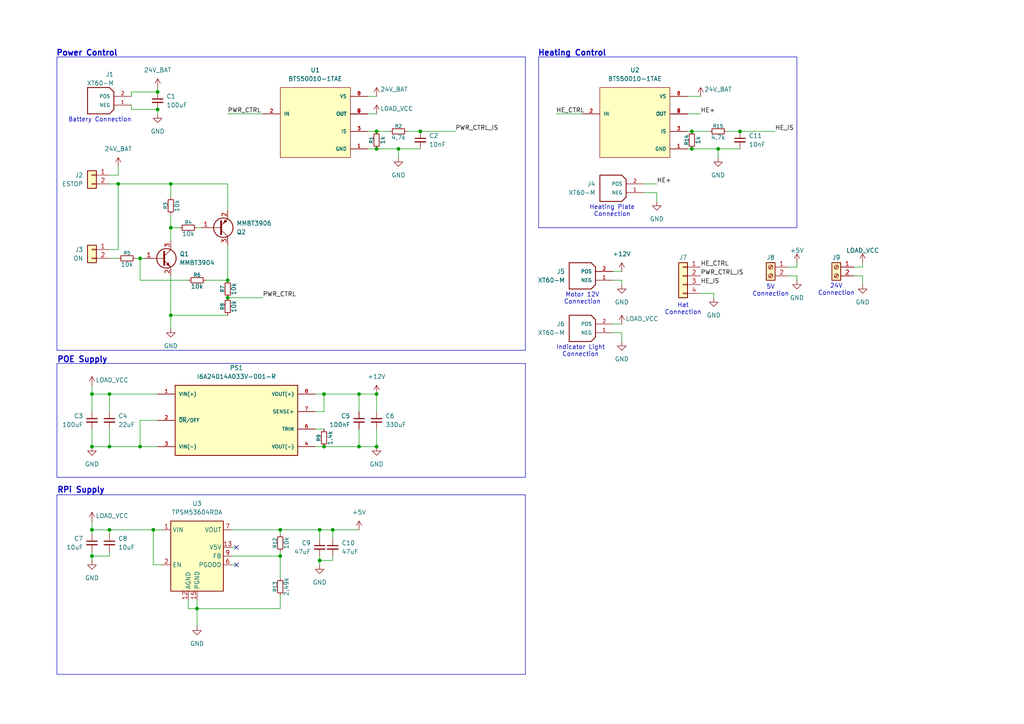
<source format=kicad_sch>
(kicad_sch (version 20250114) (generator "eeschema") (generator_version "9.0")
  (paper "A4")
  (lib_symbols
    (symbol "BTS50010-1TAE:BTS50010-1TAE" (pin_names (offset 1.016))
      (property "Reference" "U" (at -10.16 10.795 0))
      (property "Value" "BTS50010-1TAE" (at -10.16 -12.065 0))
      (symbol "BTS50010-1TAE_0_0"
        (rectangle (start -10.16 -10.16) (end 10.16 10.16) (stroke (width 0.1524)) (fill (type background)))
        (pin input line (at -15.24 2.54 0) (length 5.08) (name "IN") (number "2"))
        (pin power_in line (at 15.24 7.62 180) (length 5.08) (name "VS") (number "8"))
        (pin output line (at 15.24 2.54 180) (length 5.08) (name "OUT") (number "5"))
        (pin output line (at 15.24 2.54 180) (length 5.08) (name "OUT") (number "6"))
        (pin output line (at 15.24 2.54 180) (length 5.08) (name "OUT") (number "7"))
        (pin output line (at 15.24 -2.54 180) (length 5.08) (name "IS") (number "3"))
        (pin power_in line (at 15.24 -7.62 180) (length 5.08) (name "GND") (number "1"))
      )
    )
    (symbol "Connector:Screw_Terminal_01x02" (pin_names (offset 1.016) (hide yes))
      (property "Reference" "J" (at 0 2.54 0))
      (property "Value" "Screw_Terminal_01x02" (at 0 -5.08 0))
      (symbol "Screw_Terminal_01x02_1_1"
        (rectangle (start -1.27 1.27) (end 1.27 -3.81) (stroke (width 0.254)) (fill (type background)))
        (polyline (pts (xy -0.5334 0.3302) (xy 0.3302 -0.508)) (stroke (width 0.1524)))
        (polyline (pts (xy -0.5334 -2.2098) (xy 0.3302 -3.048)) (stroke (width 0.1524)))
        (polyline (pts (xy -0.3556 0.508) (xy 0.508 -0.3302)) (stroke (width 0.1524)))
        (polyline (pts (xy -0.3556 -2.032) (xy 0.508 -2.8702)) (stroke (width 0.1524)))
        (circle (center 0 0) (radius 0.635) (stroke (width 0.1524)))
        (circle (center 0 -2.54) (radius 0.635) (stroke (width 0.1524)))
        (pin passive line (at -5.08 0 0) (length 3.81) (name "Pin_1") (number "1"))
        (pin passive line (at -5.08 -2.54 0) (length 3.81) (name "Pin_2") (number "2"))
      )
    )
    (symbol "Connector_Generic:Conn_01x02" (pin_names (offset 1.016) (hide yes))
      (property "Reference" "J" (at 0 2.54 0))
      (property "Value" "Conn_01x02" (at 0 -5.08 0))
      (symbol "Conn_01x02_1_1"
        (rectangle (start -1.27 1.27) (end 1.27 -3.81) (stroke (width 0.254)) (fill (type background)))
        (rectangle (start -1.27 0.127) (end 0 -0.127) (stroke (width 0.1524)))
        (rectangle (start -1.27 -2.413) (end 0 -2.667) (stroke (width 0.1524)))
        (pin passive line (at -5.08 0 0) (length 3.81) (name "Pin_1") (number "1"))
        (pin passive line (at -5.08 -2.54 0) (length 3.81) (name "Pin_2") (number "2"))
      )
    )
    (symbol "Connector_Generic:Conn_01x04" (pin_names (offset 1.016) (hide yes))
      (property "Reference" "J" (at 0 5.08 0))
      (property "Value" "Conn_01x04" (at 0 -7.62 0))
      (symbol "Conn_01x04_1_1"
        (rectangle (start -1.27 3.81) (end 1.27 -6.35) (stroke (width 0.254)) (fill (type background)))
        (rectangle (start -1.27 2.667) (end 0 2.413) (stroke (width 0.1524)))
        (rectangle (start -1.27 0.127) (end 0 -0.127) (stroke (width 0.1524)))
        (rectangle (start -1.27 -2.413) (end 0 -2.667) (stroke (width 0.1524)))
        (rectangle (start -1.27 -4.953) (end 0 -5.207) (stroke (width 0.1524)))
        (pin passive line (at -5.08 2.54 0) (length 3.81) (name "Pin_1") (number "1"))
        (pin passive line (at -5.08 0 0) (length 3.81) (name "Pin_2") (number "2"))
        (pin passive line (at -5.08 -2.54 0) (length 3.81) (name "Pin_3") (number "3"))
        (pin passive line (at -5.08 -5.08 0) (length 3.81) (name "Pin_4") (number "4"))
      )
    )
    (symbol "Converter_DCDC:TPSM53604RDA"
      (property "Reference" "U" (at 0 15.24 0))
      (property "Value" "TPSM53604RDA" (at 0 12.7 0))
      (symbol "TPSM53604RDA_0_1"
        (rectangle (start 7.62 10.16) (end -7.62 -10.16) (stroke (width 0.254)) (fill (type background)))
      )
      (symbol "TPSM53604RDA_1_1"
        (pin power_in line (at -10.16 7.62 0) (length 2.54) (name "VIN") (number "1"))
        (pin passive line (at -10.16 7.62 0) (length 2.54) (hide yes) (name "VIN") (number "14"))
        (pin input line (at -10.16 -2.54 0) (length 2.54) (name "EN") (number "2"))
        (pin no_connect line (at -7.62 2.54 0) (length 2.54) (hide yes) (name "DNC") (number "4"))
        (pin no_connect line (at -7.62 0 0) (length 2.54) (hide yes) (name "DNC") (number "5"))
        (pin power_in line (at -2.54 -12.7 90) (length 2.54) (name "AGND") (number "12"))
        (pin passive line (at 0 -12.7 90) (length 2.54) (hide yes) (name "PGND") (number "10"))
        (pin passive line (at 0 -12.7 90) (length 2.54) (hide yes) (name "PGND") (number "11"))
        (pin power_in line (at 0 -12.7 90) (length 2.54) (name "PGND") (number "15"))
        (pin passive line (at 0 -12.7 90) (length 2.54) (hide yes) (name "PGND") (number "3"))
        (pin power_out line (at 10.16 7.62 180) (length 2.54) (name "VOUT") (number "7"))
        (pin passive line (at 10.16 7.62 180) (length 2.54) (hide yes) (name "VOUT") (number "8"))
        (pin output line (at 10.16 2.54 180) (length 2.54) (name "V5V") (number "13"))
        (pin input line (at 10.16 0 180) (length 2.54) (name "FB") (number "9"))
        (pin open_collector line (at 10.16 -2.54 180) (length 2.54) (name "PGOOD") (number "6"))
      )
    )
    (symbol "Device:C_Small" (pin_numbers (hide yes)) (pin_names (offset 0.254) (hide yes))
      (property "Reference" "C" (at 0.254 1.778 0))
      (property "Value" "C_Small" (at 0.254 -2.032 0))
      (symbol "C_Small_0_1"
        (polyline (pts (xy -1.524 0.508) (xy 1.524 0.508)) (stroke (width 0.3048)))
        (polyline (pts (xy -1.524 -0.508) (xy 1.524 -0.508)) (stroke (width 0.3302)))
      )
      (symbol "C_Small_1_1"
        (pin passive line (at 0 2.54 270) (length 2.032) (name "~") (number "1"))
        (pin passive line (at 0 -2.54 90) (length 2.032) (name "~") (number "2"))
      )
    )
    (symbol "Device:R_Small" (pin_numbers (hide yes)) (pin_names (offset 0.254) (hide yes))
      (property "Reference" "R" (at 0 0 90))
      (property "Value" "R_Small" (at 1.778 0 90))
      (symbol "R_Small_0_1"
        (rectangle (start -0.762 1.778) (end 0.762 -1.778) (stroke (width 0.2032)))
      )
      (symbol "R_Small_1_1"
        (pin passive line (at 0 2.54 270) (length 0.762) (name "~") (number "1"))
        (pin passive line (at 0 -2.54 90) (length 0.762) (name "~") (number "2"))
      )
    )
    (symbol "I6A24014A033V-001-R:I6A24014A033V-001-R" (pin_names (offset 1.016))
      (property "Reference" "PS" (at -17.78 10.922 0))
      (property "Value" "I6A24014A033V-001-R" (at -17.78 -12.7 0))
      (symbol "I6A24014A033V-001-R_0_0"
        (rectangle (start -17.78 -10.16) (end 17.78 10.16) (stroke (width 0.254)) (fill (type background)))
        (pin input line (at -22.86 7.62 0) (length 5.08) (name "VIN(+)") (number "1"))
        (pin input line (at -22.86 0 0) (length 5.08) (name "~{ON}/OFF") (number "2"))
        (pin input line (at -22.86 -7.62 0) (length 5.08) (name "VIN(-)") (number "3"))
        (pin output line (at 22.86 7.62 180) (length 5.08) (name "VOUT(+)") (number "8"))
        (pin input line (at 22.86 2.54 180) (length 5.08) (name "SENSE+") (number "7"))
        (pin passive line (at 22.86 -2.54 180) (length 5.08) (name "TRIM") (number "6"))
        (pin output line (at 22.86 -7.62 180) (length 5.08) (name "VOUT(-)") (number "4"))
      )
    )
    (symbol "Transistor_BJT:MMBT3904" (pin_names (offset 0) (hide yes))
      (property "Reference" "Q" (at 5.08 1.905 0))
      (property "Value" "MMBT3904" (at 5.08 0 0))
      (symbol "MMBT3904_0_1"
        (polyline (pts (xy -2.54 0) (xy 0.635 0)))
        (polyline (pts (xy 0.635 1.905) (xy 0.635 -1.905)) (stroke (width 0.508)))
        (circle (center 1.27 0) (radius 2.8194) (stroke (width 0.254)))
      )
      (symbol "MMBT3904_1_1"
        (polyline (pts (xy 0.635 0.635) (xy 2.54 2.54)))
        (polyline (pts (xy 0.635 -0.635) (xy 2.54 -2.54)))
        (polyline (pts (xy 1.27 -1.778) (xy 1.778 -1.27) (xy 2.286 -2.286) (xy 1.27 -1.778)) (fill (type outline)))
        (pin input line (at -5.08 0 0) (length 2.54) (name "B") (number "1"))
        (pin passive line (at 2.54 5.08 270) (length 2.54) (name "C") (number "3"))
        (pin passive line (at 2.54 -5.08 90) (length 2.54) (name "E") (number "2"))
      )
    )
    (symbol "Transistor_BJT:MMBT3906" (pin_names (offset 0) (hide yes))
      (property "Reference" "Q" (at 5.08 1.905 0))
      (property "Value" "MMBT3906" (at 5.08 0 0))
      (symbol "MMBT3906_0_1"
        (polyline (pts (xy -2.54 0) (xy 0.635 0)))
        (polyline (pts (xy 0.635 1.905) (xy 0.635 -1.905)) (stroke (width 0.508)))
        (polyline (pts (xy 0.635 0.635) (xy 2.54 2.54)))
        (polyline (pts (xy 0.635 -0.635) (xy 2.54 -2.54)))
        (circle (center 1.27 0) (radius 2.8194) (stroke (width 0.254)))
        (polyline (pts (xy 2.286 -1.778) (xy 1.778 -2.286) (xy 1.27 -1.27) (xy 2.286 -1.778)) (fill (type outline)))
      )
      (symbol "MMBT3906_1_1"
        (pin input line (at -5.08 0 0) (length 2.54) (name "B") (number "1"))
        (pin passive line (at 2.54 5.08 270) (length 2.54) (name "C") (number "3"))
        (pin passive line (at 2.54 -5.08 90) (length 2.54) (name "E") (number "2"))
      )
    )
    (symbol "XT60-M:XT60-M" (pin_names (offset 1.016))
      (property "Reference" "J" (at 0 6.35 0))
      (property "Value" "XT60-M" (at 0 -5.08 0))
      (symbol "XT60-M_0_0"
        (polyline (pts (xy 0 3.81) (xy 0 2.54)) (stroke (width 0.254)))
        (polyline (pts (xy 0 3.81) (xy 1.27 5.08)) (stroke (width 0.254)))
        (polyline (pts (xy 0 2.54) (xy 0 -1.27)) (stroke (width 0.254)))
        (polyline (pts (xy 0 -1.27) (xy 1.27 -2.54)) (stroke (width 0.254)))
        (polyline (pts (xy 1.27 -2.54) (xy 7.62 -2.54)) (stroke (width 0.254)))
        (polyline (pts (xy 7.62 5.08) (xy 1.27 5.08)) (stroke (width 0.254)))
        (polyline (pts (xy 7.62 -2.54) (xy 7.62 5.08)) (stroke (width 0.254)))
      )
      (symbol "XT60-M_1_0"
        (pin passive line (at -5.08 2.54 0) (length 5.08) (name "POS") (number "2"))
        (pin passive line (at -5.08 0 0) (length 5.08) (name "NEG") (number "1"))
      )
    )
    (symbol "power:+12C" (power) (pin_numbers (hide yes)) (pin_names (offset 0) (hide yes))
      (property "Value" "+12C" (at 0 3.556 0))
      (symbol "+12C_0_1"
        (polyline (pts (xy -0.762 1.27) (xy 0 2.54)))
        (polyline (pts (xy 0 2.54) (xy 0.762 1.27)))
        (polyline (pts (xy 0 0) (xy 0 2.54)))
      )
      (symbol "+12C_1_1"
        (pin power_in line (at 0 0 90) (length 0) (name "~") (number "1"))
      )
    )
    (symbol "power:+5V" (power) (pin_numbers (hide yes)) (pin_names (offset 0) (hide yes))
      (property "Value" "+5V" (at 0 3.556 0))
      (symbol "+5V_0_1"
        (polyline (pts (xy -0.762 1.27) (xy 0 2.54)))
        (polyline (pts (xy 0 2.54) (xy 0.762 1.27)))
        (polyline (pts (xy 0 0) (xy 0 2.54)))
      )
      (symbol "+5V_1_1"
        (pin power_in line (at 0 0 90) (length 0) (name "~") (number "1"))
      )
    )
    (symbol "power:GND" (power) (pin_numbers (hide yes)) (pin_names (offset 0) (hide yes))
      (property "Value" "GND" (at 0 -3.81 0))
      (symbol "GND_0_1"
        (polyline (pts (xy 0 0) (xy 0 -1.27) (xy 1.27 -1.27) (xy 0 -2.54) (xy -1.27 -1.27) (xy 0 -1.27)))
      )
      (symbol "GND_1_1"
        (pin power_in line (at 0 0 270) (length 0) (name "~") (number "1"))
      )
    )
    (symbol "power:VAA" (power) (pin_numbers (hide yes)) (pin_names (offset 0) (hide yes))
      (property "Value" "VAA" (at 0 3.556 0))
      (symbol "VAA_0_1"
        (polyline (pts (xy -0.762 1.27) (xy 0 2.54)))
        (polyline (pts (xy 0 2.54) (xy 0.762 1.27)))
        (polyline (pts (xy 0 0) (xy 0 2.54)))
      )
      (symbol "VAA_1_1"
        (pin power_in line (at 0 0 90) (length 0) (name "~") (number "1"))
      )
    )
  )
  (rectangle (start 16.51 105.41) (end 152.4 138.43))
  (rectangle (start 16.51 143.51) (end 152.4 195.58))
  (rectangle (start 156.21 16.51) (end 231.14 66.04))
  (rectangle (start 16.51 16.51) (end 152.4 101.6))
  (text "Hat\nConnection\n" (at 198.12 89.662 0) (effects (font (size 1.27 1.27))))
  (text "Heating Control" (at 155.956 15.494 0) (effects (font (size 1.651 1.651) (thickness 0.3302) (bold yes)) (justify left)))
  (text "POE Supply" (at 16.51 104.394 0) (effects (font (size 1.651 1.651) (thickness 0.3302) (bold yes)) (justify left)))
  (text "5V\nConnection\n" (at 223.52 84.328 0) (effects (font (size 1.27 1.27))))
  (text "Indicator Light\nConnection\n" (at 168.402 101.854 0) (effects (font (size 1.27 1.27))))
  (text "Heating Plate\nConnection\n" (at 177.546 61.214 0) (effects (font (size 1.27 1.27))))
  (text "RPi Supply" (at 16.51 142.24 0) (effects (font (size 1.651 1.651) (thickness 0.3302) (bold yes)) (justify left)))
  (text "Power Control" (at 16.256 15.494 0) (effects (font (size 1.651 1.651) (thickness 0.3302) (bold yes)) (justify left)))
  (text "Motor 12V\nConnection\n" (at 168.91 86.614 0) (effects (font (size 1.27 1.27))))
  (text "24V\nConnection\n" (at 242.57 84.074 0) (effects (font (size 1.27 1.27))))
  (text "Battery Connection" (at 28.956 34.798 0) (effects (font (size 1.27 1.27))))
  (junction (at 26.67 114.3))
  (junction (at 121.92 38.1))
  (junction (at 49.53 53.34))
  (junction (at 109.22 129.54))
  (junction (at 109.22 43.18))
  (junction (at 31.75 129.54))
  (junction (at 66.04 86.36))
  (junction (at 31.75 114.3))
  (junction (at 92.71 162.56))
  (junction (at 40.64 74.93))
  (junction (at 49.53 91.44))
  (junction (at 26.67 161.29))
  (junction (at 93.98 114.3))
  (junction (at 200.66 43.18))
  (junction (at 109.22 38.1))
  (junction (at 31.75 153.67))
  (junction (at 115.57 43.18))
  (junction (at 57.15 176.53))
  (junction (at 208.28 43.18))
  (junction (at 104.14 114.3))
  (junction (at 45.72 31.75))
  (junction (at 109.22 114.3))
  (junction (at 45.72 26.67))
  (junction (at 200.66 38.1))
  (junction (at 92.71 153.67))
  (junction (at 66.04 81.28))
  (junction (at 81.28 161.29))
  (junction (at 104.14 129.54))
  (junction (at 96.52 153.67))
  (junction (at 44.45 153.67))
  (junction (at 26.67 129.54))
  (junction (at 93.98 129.54))
  (junction (at 34.29 53.34))
  (junction (at 214.63 38.1))
  (junction (at 26.67 153.67))
  (junction (at 81.28 153.67))
  (junction (at 49.53 66.04))
  (junction (at 40.64 129.54))
  (no_connect (at 68.58 163.83))
  (no_connect (at 68.58 158.75))
  (wire (pts (xy 104.14 114.3) (xy 104.14 119.38)))
  (wire (pts (xy 31.75 129.54) (xy 40.64 129.54)))
  (wire (pts (xy 26.67 111.76) (xy 26.67 114.3)))
  (wire (pts (xy 66.04 81.28) (xy 66.04 71.12)))
  (wire (pts (xy 31.75 74.93) (xy 34.29 74.93)))
  (wire (pts (xy 31.75 114.3) (xy 31.75 119.38)))
  (wire (pts (xy 68.58 163.83) (xy 67.31 163.83)))
  (wire (pts (xy 40.64 81.28) (xy 40.64 74.93)))
  (wire (pts (xy 49.53 62.23) (xy 49.53 66.04)))
  (wire (pts (xy 57.15 176.53) (xy 57.15 181.61)))
  (wire (pts (xy 26.67 153.67) (xy 31.75 153.67)))
  (wire (pts (xy 49.53 91.44) (xy 49.53 95.25)))
  (wire (pts (xy 59.69 81.28) (xy 66.04 81.28)))
  (wire (pts (xy 40.64 121.92) (xy 45.72 121.92)))
  (wire (pts (xy 67.31 161.29) (xy 81.28 161.29)))
  (wire (pts (xy 66.04 33.02) (xy 76.2 33.02)))
  (wire (pts (xy 208.28 43.18) (xy 214.63 43.18)))
  (wire (pts (xy 93.98 114.3) (xy 91.44 114.3)))
  (wire (pts (xy 68.58 158.75) (xy 67.31 158.75)))
  (wire (pts (xy 26.67 161.29) (xy 31.75 161.29)))
  (wire (pts (xy 31.75 72.39) (xy 34.29 72.39)))
  (wire (pts (xy 93.98 114.3) (xy 104.14 114.3)))
  (wire (pts (xy 44.45 153.67) (xy 46.99 153.67)))
  (wire (pts (xy 92.71 162.56) (xy 96.52 162.56)))
  (wire (pts (xy 45.72 31.75) (xy 45.72 33.02)))
  (wire (pts (xy 38.1 26.67) (xy 45.72 26.67)))
  (wire (pts (xy 31.75 53.34) (xy 34.29 53.34)))
  (wire (pts (xy 104.14 124.46) (xy 104.14 129.54)))
  (wire (pts (xy 115.57 43.18) (xy 115.57 45.72)))
  (wire (pts (xy 38.1 30.48) (xy 38.1 31.75)))
  (wire (pts (xy 81.28 172.72) (xy 81.28 176.53)))
  (wire (pts (xy 31.75 50.8) (xy 34.29 50.8)))
  (wire (pts (xy 66.04 53.34) (xy 66.04 60.96)))
  (wire (pts (xy 104.14 114.3) (xy 109.22 114.3)))
  (wire (pts (xy 177.8 93.98) (xy 180.34 93.98)))
  (wire (pts (xy 250.19 76.2) (xy 250.19 77.47)))
  (wire (pts (xy 106.68 27.94) (xy 109.22 27.94)))
  (wire (pts (xy 54.61 176.53) (xy 57.15 176.53)))
  (wire (pts (xy 31.75 153.67) (xy 44.45 153.67)))
  (wire (pts (xy 44.45 153.67) (xy 44.45 163.83)))
  (wire (pts (xy 109.22 38.1) (xy 106.68 38.1)))
  (wire (pts (xy 81.28 153.67) (xy 92.71 153.67)))
  (wire (pts (xy 93.98 119.38) (xy 93.98 114.3)))
  (wire (pts (xy 49.53 66.04) (xy 49.53 69.85)))
  (wire (pts (xy 203.2 85.09) (xy 207.01 85.09)))
  (wire (pts (xy 26.67 129.54) (xy 31.75 129.54)))
  (wire (pts (xy 40.64 74.93) (xy 41.91 74.93)))
  (wire (pts (xy 54.61 173.99) (xy 54.61 176.53)))
  (wire (pts (xy 49.53 57.15) (xy 49.53 53.34)))
  (wire (pts (xy 54.61 81.28) (xy 40.64 81.28)))
  (wire (pts (xy 49.53 80.01) (xy 49.53 91.44)))
  (wire (pts (xy 199.39 27.94) (xy 203.2 27.94)))
  (wire (pts (xy 34.29 53.34) (xy 34.29 72.39)))
  (wire (pts (xy 57.15 66.04) (xy 58.42 66.04)))
  (wire (pts (xy 214.63 38.1) (xy 224.79 38.1)))
  (wire (pts (xy 91.44 119.38) (xy 93.98 119.38)))
  (wire (pts (xy 38.1 31.75) (xy 45.72 31.75)))
  (wire (pts (xy 26.67 124.46) (xy 26.67 129.54)))
  (wire (pts (xy 45.72 129.54) (xy 40.64 129.54)))
  (wire (pts (xy 38.1 26.67) (xy 38.1 27.94)))
  (wire (pts (xy 31.75 114.3) (xy 45.72 114.3)))
  (wire (pts (xy 180.34 96.52) (xy 180.34 99.06)))
  (wire (pts (xy 180.34 81.28) (xy 180.34 82.55)))
  (wire (pts (xy 161.29 33.02) (xy 168.91 33.02)))
  (wire (pts (xy 91.44 124.46) (xy 93.98 124.46)))
  (wire (pts (xy 118.11 38.1) (xy 121.92 38.1)))
  (wire (pts (xy 26.67 151.13) (xy 26.67 153.67)))
  (wire (pts (xy 200.66 43.18) (xy 199.39 43.18)))
  (wire (pts (xy 31.75 124.46) (xy 31.75 129.54)))
  (wire (pts (xy 247.65 80.01) (xy 250.19 80.01)))
  (wire (pts (xy 247.65 77.47) (xy 250.19 77.47)))
  (wire (pts (xy 81.28 160.02) (xy 81.28 161.29)))
  (wire (pts (xy 96.52 153.67) (xy 96.52 156.21)))
  (wire (pts (xy 115.57 43.18) (xy 121.92 43.18)))
  (wire (pts (xy 40.64 129.54) (xy 40.64 121.92)))
  (wire (pts (xy 200.66 38.1) (xy 199.39 38.1)))
  (wire (pts (xy 250.19 80.01) (xy 250.19 82.55)))
  (wire (pts (xy 81.28 161.29) (xy 81.28 167.64)))
  (wire (pts (xy 109.22 38.1) (xy 113.03 38.1)))
  (wire (pts (xy 109.22 43.18) (xy 115.57 43.18)))
  (wire (pts (xy 26.67 154.94) (xy 26.67 153.67)))
  (wire (pts (xy 92.71 156.21) (xy 92.71 153.67)))
  (wire (pts (xy 104.14 129.54) (xy 109.22 129.54)))
  (wire (pts (xy 96.52 153.67) (xy 104.14 153.67)))
  (wire (pts (xy 231.14 80.01) (xy 228.6 80.01)))
  (wire (pts (xy 26.67 114.3) (xy 26.67 119.38)))
  (wire (pts (xy 49.53 53.34) (xy 66.04 53.34)))
  (wire (pts (xy 96.52 161.29) (xy 96.52 162.56)))
  (wire (pts (xy 93.98 129.54) (xy 104.14 129.54)))
  (wire (pts (xy 31.75 161.29) (xy 31.75 160.02)))
  (wire (pts (xy 66.04 86.36) (xy 76.2 86.36)))
  (wire (pts (xy 26.67 161.29) (xy 26.67 162.56)))
  (wire (pts (xy 231.14 80.01) (xy 231.14 81.28)))
  (wire (pts (xy 81.28 153.67) (xy 81.28 154.94)))
  (wire (pts (xy 31.75 114.3) (xy 26.67 114.3)))
  (wire (pts (xy 210.82 38.1) (xy 214.63 38.1)))
  (wire (pts (xy 49.53 91.44) (xy 66.04 91.44)))
  (wire (pts (xy 26.67 161.29) (xy 26.67 160.02)))
  (wire (pts (xy 45.72 26.67) (xy 45.72 25.4)))
  (wire (pts (xy 207.01 85.09) (xy 207.01 86.36)))
  (wire (pts (xy 177.8 96.52) (xy 180.34 96.52)))
  (wire (pts (xy 200.66 38.1) (xy 205.74 38.1)))
  (wire (pts (xy 186.69 53.34) (xy 190.5 53.34)))
  (wire (pts (xy 106.68 33.02) (xy 109.22 33.02)))
  (wire (pts (xy 49.53 53.34) (xy 34.29 53.34)))
  (wire (pts (xy 109.22 124.46) (xy 109.22 129.54)))
  (wire (pts (xy 81.28 176.53) (xy 57.15 176.53)))
  (wire (pts (xy 228.6 77.47) (xy 231.14 77.47)))
  (wire (pts (xy 39.37 74.93) (xy 40.64 74.93)))
  (wire (pts (xy 34.29 50.8) (xy 34.29 48.26)))
  (wire (pts (xy 92.71 162.56) (xy 92.71 163.83)))
  (wire (pts (xy 199.39 33.02) (xy 203.2 33.02)))
  (wire (pts (xy 31.75 154.94) (xy 31.75 153.67)))
  (wire (pts (xy 92.71 161.29) (xy 92.71 162.56)))
  (wire (pts (xy 109.22 114.3) (xy 109.22 119.38)))
  (wire (pts (xy 200.66 43.18) (xy 208.28 43.18)))
  (wire (pts (xy 49.53 66.04) (xy 52.07 66.04)))
  (wire (pts (xy 186.69 55.88) (xy 190.5 55.88)))
  (wire (pts (xy 208.28 43.18) (xy 208.28 45.72)))
  (wire (pts (xy 44.45 163.83) (xy 46.99 163.83)))
  (wire (pts (xy 231.14 76.2) (xy 231.14 77.47)))
  (wire (pts (xy 106.68 43.18) (xy 109.22 43.18)))
  (wire (pts (xy 57.15 176.53) (xy 57.15 173.99)))
  (wire (pts (xy 91.44 129.54) (xy 93.98 129.54)))
  (wire (pts (xy 177.8 78.74) (xy 180.34 78.74)))
  (wire (pts (xy 67.31 153.67) (xy 81.28 153.67)))
  (wire (pts (xy 96.52 153.67) (xy 92.71 153.67)))
  (wire (pts (xy 180.34 81.28) (xy 177.8 81.28)))
  (wire (pts (xy 190.5 55.88) (xy 190.5 58.42)))
  (wire (pts (xy 121.92 38.1) (xy 132.08 38.1)))
  (label "HE_CTRL" (at 203.2 77.47 0))
  (label "HE_CTRL" (at 161.29 33.02 0) (effects (font (thickness 0.1588))))
  (label "PWR_CTRL" (at 76.2 86.36 0))
  (label "HE+" (at 190.5 53.34 0))
  (label "HE_IS" (at 203.2 82.55 0))
  (label "HE+" (at 203.2 33.02 0))
  (label "PWR_CTRL_IS" (at 203.2 80.01 0))
  (label "HE_IS" (at 224.79 38.1 0))
  (label "PWR_CTRL" (at 66.04 33.02 0))
  (label "PWR_CTRL_IS" (at 132.08 38.1 0))
  (symbol (lib_id "power:GND") (at 208.28 45.72 0) (unit 1)
    (property "Reference" "#PWR018" (effects (hide yes)))
    (property "Value" "GND" (at 208.28 50.8 0))
    (property "Description" "Power symbol creates a global label with name \"GND\" , ground" (effects (hide yes)))
  )
  (symbol (lib_id "BTS50010-1TAE:BTS50010-1TAE") (at 184.15 35.56 0) (unit 1)
    (property "Reference" "U2" (at 184.15 20.32 0))
    (property "Value" "BTS50010-1TAE" (at 184.15 22.86 0))
    (property "Footprint" "BTS50010-1TAE:BTS50010-1TAE" (effects (hide yes)))
    (property "MF" "Infineon Technologies" (effects (hide yes)))
    (property "MAXIMUM_PACKAGE_HEIGHT" "4.4mm" (effects (hide yes)))
    (property "Package" "None" (effects (hide yes)))
    (property "Price" "None" (effects (hide yes)))
    (property "Check_prices" "https://www.snapeda.com/parts/BTS50010-1TAE/Infineon+Technologies/view-part/?ref=eda" (effects (hide yes)))
    (property "STANDARD" "IPC-7351B" (effects (hide yes)))
    (property "PARTREV" "1.0" (effects (hide yes)))
    (property "SnapEDA_Link" "https://www.snapeda.com/parts/BTS50010-1TAE/Infineon+Technologies/view-part/?ref=snap" (effects (hide yes)))
    (property "MP" "BTS50010-1TAE" (effects (hide yes)))
    (property "Purchase-URL" "https://www.snapeda.com/api/url_track_click_mouser/?unipart_id=9604649&manufacturer=Infineon Technologies&part_name=BTS50010-1TAE&search_term=bts50010-1tae" (effects (hide yes)))
    (property "Description_1" "Power Switch ICs - Power Distribution MULTICHIP PROFET & GD" (effects (hide yes)))
    (property "Availability" "In Stock" (effects (hide yes)))
    (property "MANUFACTURER" "Infineon" (effects (hide yes)))
  )
  (symbol (lib_id "Device:R_Small") (at 208.28 38.1 90) (unit 1)
    (property "Reference" "R15" (at 208.28 36.576 90) (effects (font (size 1.016 1.016))))
    (property "Value" "4.7k" (at 208.28 39.878 90))
    (property "Footprint" "Resistor_SMD:R_0805_2012Metric_Pad1.20x1.40mm_HandSolder" (effects (hide yes)))
    (property "Description" "Resistor, small symbol" (effects (hide yes)))
  )
  (symbol (lib_id "Device:C_Small") (at 121.92 40.64 0) (unit 1)
    (property "Reference" "C2" (at 124.46 39.3762 0) (effects (justify left)))
    (property "Value" "10nF" (at 124.46 41.9162 0) (effects (justify left)))
    (property "Footprint" "Capacitor_SMD:C_0805_2012Metric_Pad1.18x1.45mm_HandSolder" (effects (hide yes)))
    (property "Description" "Unpolarized capacitor, small symbol" (effects (hide yes)))
  )
  (symbol (lib_id "power:GND") (at 231.14 81.28 0) (unit 1)
    (property "Reference" "#PWR027" (effects (hide yes)))
    (property "Value" "GND" (at 231.14 86.36 0))
    (property "Description" "Power symbol creates a global label with name \"GND\" , ground" (effects (hide yes)))
  )
  (symbol (lib_id "Device:C_Small") (at 109.22 121.92 0) (unit 1)
    (property "Reference" "C6" (at 111.76 120.6562 0) (effects (justify left)))
    (property "Value" "330uF" (at 111.76 123.1962 0) (effects (justify left)))
    (property "Footprint" "Capacitor_THT:C_Radial_D10.0mm_H12.5mm_P5.00mm" (effects (hide yes)))
    (property "Description" "Unpolarized capacitor, small symbol" (effects (hide yes)))
  )
  (symbol (lib_id "XT60-M:XT60-M") (at 181.61 55.88 0) (mirror y) (unit 1)
    (property "Reference" "J4" (at 172.72 53.3399 0) (effects (justify left)))
    (property "Value" "XT60-M" (at 172.72 55.8799 0) (effects (justify left)))
    (property "Footprint" "Connector_AMASS:AMASS_XT60-M_1x02_P7.20mm_Vertical" (effects (hide yes)))
    (property "MF" "AMASS" (effects (hide yes)))
    (property "MAXIMUM_PACKAGE_HEIGHT" "16.00 mm" (effects (hide yes)))
    (property "Package" "Package" (effects (hide yes)))
    (property "Price" "None" (effects (hide yes)))
    (property "Check_prices" "https://www.snapeda.com/parts/XT60-M/AMASS/view-part/?ref=eda" (effects (hide yes)))
    (property "STANDARD" "IPC 7351B" (effects (hide yes)))
    (property "PARTREV" "V1.2" (effects (hide yes)))
    (property "SnapEDA_Link" "https://www.snapeda.com/parts/XT60-M/AMASS/view-part/?ref=snap" (effects (hide yes)))
    (property "MP" "XT60-M" (effects (hide yes)))
    (property "Description_1" "\nPlug; DC supply; XT60; male; PIN: 2; for cable; soldered; 30A; 500V\n" (effects (hide yes)))
    (property "Availability" "Not in stock" (effects (hide yes)))
    (property "MANUFACTURER" "AMASS" (effects (hide yes)))
  )
  (symbol (lib_id "Transistor_BJT:MMBT3904") (at 46.99 74.93 0) (unit 1)
    (property "Reference" "Q1" (at 52.07 73.6599 0) (effects (justify left)))
    (property "Value" "MMBT3904" (at 52.07 76.1999 0) (effects (justify left)))
    (property "Footprint" "Package_TO_SOT_SMD:SOT-23" (effects (hide yes)))
    (property "Datasheet" "https://www.onsemi.com/pdf/datasheet/pzt3904-d.pdf" (effects (hide yes)))
    (property "Description" "0.2A Ic, 40V Vce, Small Signal NPN Transistor, SOT-23" (effects (hide yes)))
  )
  (symbol (lib_id "power:GND") (at 26.67 129.54 0) (unit 1)
    (property "Reference" "#PWR011" (effects (hide yes)))
    (property "Value" "GND" (at 26.67 134.62 0))
    (property "Description" "Power symbol creates a global label with name \"GND\" , ground" (effects (hide yes)))
  )
  (symbol (lib_id "power:GND") (at 109.22 129.54 0) (unit 1)
    (property "Reference" "#PWR08" (effects (hide yes)))
    (property "Value" "GND" (at 109.22 134.62 0))
    (property "Description" "Power symbol creates a global label with name \"GND\" , ground" (effects (hide yes)))
  )
  (symbol (lib_id "Device:C_Small") (at 104.14 121.92 0) (mirror y) (unit 1)
    (property "Reference" "C5" (at 101.6 120.6562 0) (effects (justify left)))
    (property "Value" "100nF" (at 101.6 123.1962 0) (effects (justify left)))
    (property "Footprint" "Capacitor_SMD:C_0805_2012Metric_Pad1.18x1.45mm_HandSolder" (effects (hide yes)))
    (property "Description" "Unpolarized capacitor, small symbol" (effects (hide yes)))
  )
  (symbol (lib_id "Device:R_Small") (at 109.22 40.64 180) (unit 1)
    (property "Reference" "R1" (at 107.696 40.64 90) (effects (font (size 1.016 1.016))))
    (property "Value" "1k" (at 110.998 40.64 90))
    (property "Footprint" "Resistor_SMD:R_0805_2012Metric_Pad1.20x1.40mm_HandSolder" (effects (hide yes)))
    (property "Description" "Resistor, small symbol" (effects (hide yes)))
  )
  (symbol (lib_id "Device:R_Small") (at 200.66 40.64 180) (unit 1)
    (property "Reference" "R14" (at 199.136 40.64 90) (effects (font (size 1.016 1.016))))
    (property "Value" "1k" (at 202.438 40.64 90))
    (property "Footprint" "Resistor_SMD:R_0805_2012Metric_Pad1.20x1.40mm_HandSolder" (effects (hide yes)))
    (property "Description" "Resistor, small symbol" (effects (hide yes)))
  )
  (symbol (lib_id "Converter_DCDC:TPSM53604RDA") (at 57.15 161.29 0) (unit 1)
    (property "Reference" "U3" (at 57.15 146.05 0))
    (property "Value" "TPSM53604RDA" (at 57.15 148.59 0))
    (property "Footprint" "Package_DFN_QFN:Texas_B3QFN-14-1EP_5x5.5mm_P0.65mm_ThermalVia" (effects (hide yes)))
    (property "Datasheet" "https://www.ti.com/lit/ds/symlink/tpsm53604.pdf" (effects (hide yes)))
    (property "Description" "36-V, 4A input, stepdown, DC/DC converter, Texas B3QFN-14" (effects (hide yes)))
  )
  (symbol (lib_id "XT60-M:XT60-M") (at 172.72 81.28 0) (mirror y) (unit 1)
    (property "Reference" "J5" (at 163.83 78.7399 0) (effects (justify left)))
    (property "Value" "XT60-M" (at 163.83 81.2799 0) (effects (justify left)))
    (property "Footprint" "Connector_AMASS:AMASS_XT60-M_1x02_P7.20mm_Vertical" (effects (hide yes)))
    (property "MF" "AMASS" (effects (hide yes)))
    (property "MAXIMUM_PACKAGE_HEIGHT" "16.00 mm" (effects (hide yes)))
    (property "Package" "Package" (effects (hide yes)))
    (property "Price" "None" (effects (hide yes)))
    (property "Check_prices" "https://www.snapeda.com/parts/XT60-M/AMASS/view-part/?ref=eda" (effects (hide yes)))
    (property "STANDARD" "IPC 7351B" (effects (hide yes)))
    (property "PARTREV" "V1.2" (effects (hide yes)))
    (property "SnapEDA_Link" "https://www.snapeda.com/parts/XT60-M/AMASS/view-part/?ref=snap" (effects (hide yes)))
    (property "MP" "XT60-M" (effects (hide yes)))
    (property "Description_1" "\nPlug; DC supply; XT60; male; PIN: 2; for cable; soldered; 30A; 500V\n" (effects (hide yes)))
    (property "Availability" "Not in stock" (effects (hide yes)))
    (property "MANUFACTURER" "AMASS" (effects (hide yes)))
  )
  (symbol (lib_id "XT60-M:XT60-M") (at 33.02 30.48 0) (mirror y) (unit 1)
    (property "Reference" "J1" (at 33.02 21.59 0) (effects (justify left)))
    (property "Value" "XT60-M" (at 33.02 24.13 0) (effects (justify left)))
    (property "Footprint" "Connector_AMASS:AMASS_XT60-M_1x02_P7.20mm_Vertical" (effects (hide yes)))
    (property "MF" "AMASS" (effects (hide yes)))
    (property "MAXIMUM_PACKAGE_HEIGHT" "16.00 mm" (effects (hide yes)))
    (property "Package" "Package" (effects (hide yes)))
    (property "Price" "None" (effects (hide yes)))
    (property "Check_prices" "https://www.snapeda.com/parts/XT60-M/AMASS/view-part/?ref=eda" (effects (hide yes)))
    (property "STANDARD" "IPC 7351B" (effects (hide yes)))
    (property "PARTREV" "V1.2" (effects (hide yes)))
    (property "SnapEDA_Link" "https://www.snapeda.com/parts/XT60-M/AMASS/view-part/?ref=snap" (effects (hide yes)))
    (property "MP" "XT60-M" (effects (hide yes)))
    (property "Description_1" "\nPlug; DC supply; XT60; male; PIN: 2; for cable; soldered; 30A; 500V\n" (effects (hide yes)))
    (property "Availability" "Not in stock" (effects (hide yes)))
    (property "MANUFACTURER" "AMASS" (effects (hide yes)))
  )
  (symbol (lib_id "Device:C_Small") (at 31.75 121.92 0) (unit 1)
    (property "Reference" "C4" (at 34.29 120.6562 0) (effects (justify left)))
    (property "Value" "22uF" (at 34.29 123.1962 0) (effects (justify left)))
    (property "Footprint" "Capacitor_THT:C_Radial_D5.0mm_H11.0mm_P2.00mm" (effects (hide yes)))
    (property "Description" "Unpolarized capacitor, small symbol" (effects (hide yes)))
  )
  (symbol (lib_id "Connector_Generic:Conn_01x02") (at 26.67 72.39 0) (mirror y) (unit 1)
    (property "Reference" "J3" (at 24.13 72.3899 0) (effects (justify left)))
    (property "Value" "ON" (at 24.13 74.9299 0) (effects (justify left)))
    (property "Footprint" "Connector_JST:JST_XH_B2B-XH-A_1x02_P2.50mm_Vertical" (effects (hide yes)))
    (property "Description" "Generic connector, single row, 01x02, script generated (kicad-library-utils/schlib/autogen/connector/)" (effects (hide yes)))
  )
  (symbol (lib_id "power:VAA") (at 45.72 25.4 0) (unit 1)
    (property "Reference" "#PWR01" (effects (hide yes)))
    (property "Value" "24V_BAT" (at 45.72 20.32 0))
    (property "Description" "Power symbol creates a global label with name \"VAA\"" (effects (hide yes)))
  )
  (symbol (lib_id "power:GND") (at 57.15 181.61 0) (unit 1)
    (property "Reference" "#PWR012" (effects (hide yes)))
    (property "Value" "GND" (at 57.15 186.69 0))
    (property "Description" "Power symbol creates a global label with name \"GND\" , ground" (effects (hide yes)))
  )
  (symbol (lib_id "power:GND") (at 115.57 45.72 0) (unit 1)
    (property "Reference" "#PWR06" (effects (hide yes)))
    (property "Value" "GND" (at 115.57 50.8 0))
    (property "Description" "Power symbol creates a global label with name \"GND\" , ground" (effects (hide yes)))
  )
  (symbol (lib_id "Device:R_Small") (at 115.57 38.1 90) (unit 1)
    (property "Reference" "R2" (at 115.57 36.576 90) (effects (font (size 1.016 1.016))))
    (property "Value" "4.7k" (at 115.57 39.878 90))
    (property "Footprint" "Resistor_SMD:R_0805_2012Metric_Pad1.20x1.40mm_HandSolder" (effects (hide yes)))
    (property "Description" "Resistor, small symbol" (effects (hide yes)))
  )
  (symbol (lib_id "I6A24014A033V-001-R:I6A24014A033V-001-R") (at 68.58 121.92 0) (unit 1)
    (property "Reference" "PS1" (at 68.58 106.68 0))
    (property "Value" "I6A24014A033V-001-R" (at 68.58 109.22 0))
    (property "Footprint" "I6A24014A033V-001-R:I6A24014A033V-001-R" (effects (hide yes)))
    (property "PARTREV" "A2" (effects (hide yes)))
    (property "MANUFACTURER" "TDK-Lambda" (effects (hide yes)))
    (property "MAXIMUM_PACKAGE_HEIGHT" "12.1 mm" (effects (hide yes)))
    (property "STANDARD" "Manufacturer Recommendations" (effects (hide yes)))
  )
  (symbol (lib_id "power:+5V") (at 104.14 153.67 0) (unit 1)
    (property "Reference" "#PWR015" (effects (hide yes)))
    (property "Value" "+5V" (at 104.14 148.59 0))
    (property "Description" "Power symbol creates a global label with name \"+5V\"" (effects (hide yes)))
  )
  (symbol (lib_id "Transistor_BJT:MMBT3906") (at 63.5 66.04 0) (mirror x) (unit 1)
    (property "Reference" "Q2" (at 68.58 67.3101 0) (effects (justify left)))
    (property "Value" "MMBT3906" (at 68.58 64.7701 0) (effects (justify left)))
    (property "Footprint" "Package_TO_SOT_SMD:SOT-23" (effects (hide yes)))
    (property "Datasheet" "https://www.onsemi.com/pdf/datasheet/pzt3906-d.pdf" (effects (hide yes)))
    (property "Description" "-0.2A Ic, -40V Vce, Small Signal PNP Transistor, SOT-23" (effects (hide yes)))
  )
  (symbol (lib_id "Device:R_Small") (at 93.98 127 180) (unit 1)
    (property "Reference" "R9" (at 92.456 127 90) (effects (font (size 1.016 1.016))))
    (property "Value" "1.4k" (at 95.758 127 90))
    (property "Footprint" "Resistor_SMD:R_0805_2012Metric_Pad1.20x1.40mm_HandSolder" (effects (hide yes)))
    (property "Description" "Resistor, small symbol" (effects (hide yes)))
  )
  (symbol (lib_id "Device:R_Small") (at 66.04 88.9 180) (unit 1)
    (property "Reference" "R8" (at 64.516 88.9 90) (effects (font (size 1.016 1.016))))
    (property "Value" "10k" (at 67.818 88.9 90))
    (property "Footprint" "Resistor_SMD:R_0805_2012Metric_Pad1.20x1.40mm_HandSolder" (effects (hide yes)))
    (property "Description" "Resistor, small symbol" (effects (hide yes)))
  )
  (symbol (lib_id "power:VAA") (at 109.22 27.94 0) (unit 1)
    (property "Reference" "#PWR04" (effects (hide yes)))
    (property "Value" "24V_BAT" (at 114.3 25.908 0))
    (property "Description" "Power symbol creates a global label with name \"VAA\"" (effects (hide yes)))
  )
  (symbol (lib_id "Device:R_Small") (at 57.15 81.28 90) (unit 1)
    (property "Reference" "R6" (at 57.15 79.756 90) (effects (font (size 1.016 1.016))))
    (property "Value" "10k" (at 57.15 83.058 90))
    (property "Footprint" "Resistor_SMD:R_0805_2012Metric_Pad1.20x1.40mm_HandSolder" (effects (hide yes)))
    (property "Description" "Resistor, small symbol" (effects (hide yes)))
  )
  (symbol (lib_id "Device:R_Small") (at 66.04 83.82 180) (unit 1)
    (property "Reference" "R7" (at 64.516 83.82 90) (effects (font (size 1.016 1.016))))
    (property "Value" "10k" (at 67.818 83.82 90))
    (property "Footprint" "Resistor_SMD:R_0805_2012Metric_Pad1.20x1.40mm_HandSolder" (effects (hide yes)))
    (property "Description" "Resistor, small symbol" (effects (hide yes)))
  )
  (symbol (lib_id "power:VAA") (at 203.2 27.94 0) (unit 1)
    (property "Reference" "#PWR017" (effects (hide yes)))
    (property "Value" "24V_BAT" (at 208.28 25.908 0))
    (property "Description" "Power symbol creates a global label with name \"VAA\"" (effects (hide yes)))
  )
  (symbol (lib_id "power:VAA") (at 26.67 111.76 0) (unit 1)
    (property "Reference" "#PWR010" (effects (hide yes)))
    (property "Value" "LOAD_VCC" (at 32.512 110.236 0))
    (property "Description" "Power symbol creates a global label with name \"VAA\"" (effects (hide yes)))
  )
  (symbol (lib_id "power:VAA") (at 34.29 48.26 0) (unit 1)
    (property "Reference" "#PWR03" (effects (hide yes)))
    (property "Value" "24V_BAT" (at 34.29 43.18 0))
    (property "Description" "Power symbol creates a global label with name \"VAA\"" (effects (hide yes)))
  )
  (symbol (lib_id "Connector_Generic:Conn_01x04") (at 198.12 80.01 0) (mirror y) (unit 1)
    (property "Reference" "J7" (at 198.12 74.676 0))
    (property "Value" "Conn_01x04" (effects (hide yes)))
    (property "Footprint" "Connector_JST:JST_XH_B4B-XH-A_1x04_P2.50mm_Vertical" (effects (hide yes)))
    (property "Description" "Generic connector, single row, 01x04, script generated (kicad-library-utils/schlib/autogen/connector/)" (effects (hide yes)))
  )
  (symbol (lib_id "power:VAA") (at 109.22 33.02 0) (unit 1)
    (property "Reference" "#PWR05" (effects (hide yes)))
    (property "Value" "LOAD_VCC" (at 115.062 31.496 0))
    (property "Description" "Power symbol creates a global label with name \"VAA\"" (effects (hide yes)))
  )
  (symbol (lib_id "power:VAA") (at 26.67 151.13 0) (unit 1)
    (property "Reference" "#PWR016" (effects (hide yes)))
    (property "Value" "LOAD_VCC" (at 32.512 149.606 0))
    (property "Description" "Power symbol creates a global label with name \"VAA\"" (effects (hide yes)))
  )
  (symbol (lib_id "power:VAA") (at 180.34 93.98 0) (unit 1)
    (property "Reference" "#PWR023" (effects (hide yes)))
    (property "Value" "LOAD_VCC" (at 186.182 92.456 0))
    (property "Description" "Power symbol creates a global label with name \"VAA\"" (effects (hide yes)))
  )
  (symbol (lib_id "Connector:Screw_Terminal_01x02") (at 242.57 77.47 0) (mirror y) (unit 1)
    (property "Reference" "J9" (at 242.57 74.676 0))
    (property "Value" "Screw_Terminal_01x02" (effects (hide yes)))
    (property "Footprint" "TerminalBlock:TerminalBlock_bornier-2_P5.08mm" (effects (hide yes)))
    (property "Description" "Generic screw terminal, single row, 01x02, script generated (kicad-library-utils/schlib/autogen/connector/)" (effects (hide yes)))
  )
  (symbol (lib_id "power:GND") (at 26.67 162.56 0) (unit 1)
    (property "Reference" "#PWR013" (effects (hide yes)))
    (property "Value" "GND" (at 26.67 167.64 0))
    (property "Description" "Power symbol creates a global label with name \"GND\" , ground" (effects (hide yes)))
  )
  (symbol (lib_id "Device:C_Small") (at 214.63 40.64 0) (unit 1)
    (property "Reference" "C11" (at 217.17 39.3762 0) (effects (justify left)))
    (property "Value" "10nF" (at 217.17 41.9162 0) (effects (justify left)))
    (property "Footprint" "Capacitor_SMD:C_0805_2012Metric_Pad1.18x1.45mm_HandSolder" (effects (hide yes)))
    (property "Description" "Unpolarized capacitor, small symbol" (effects (hide yes)))
  )
  (symbol (lib_id "Device:R_Small") (at 36.83 74.93 90) (unit 1)
    (property "Reference" "R5" (at 36.83 73.406 90) (effects (font (size 1.016 1.016))))
    (property "Value" "10k" (at 36.83 76.708 90))
    (property "Footprint" "Resistor_SMD:R_0805_2012Metric_Pad1.20x1.40mm_HandSolder" (effects (hide yes)))
    (property "Description" "Resistor, small symbol" (effects (hide yes)))
  )
  (symbol (lib_id "power:GND") (at 45.72 33.02 0) (unit 1)
    (property "Reference" "#PWR02" (effects (hide yes)))
    (property "Value" "GND" (at 45.72 38.1 0))
    (property "Description" "Power symbol creates a global label with name \"GND\" , ground" (effects (hide yes)))
  )
  (symbol (lib_id "power:GND") (at 250.19 82.55 0) (unit 1)
    (property "Reference" "#PWR028" (effects (hide yes)))
    (property "Value" "GND" (at 250.19 87.63 0))
    (property "Description" "Power symbol creates a global label with name \"GND\" , ground" (effects (hide yes)))
  )
  (symbol (lib_id "Device:R_Small") (at 81.28 170.18 180) (unit 1)
    (property "Reference" "R13" (at 79.756 170.18 90) (effects (font (size 1.016 1.016))))
    (property "Value" "2.49k" (at 83.058 170.18 90))
    (property "Footprint" "Resistor_SMD:R_0805_2012Metric_Pad1.20x1.40mm_HandSolder" (effects (hide yes)))
    (property "Description" "Resistor, small symbol" (effects (hide yes)))
  )
  (symbol (lib_id "Device:C_Small") (at 26.67 157.48 0) (mirror y) (unit 1)
    (property "Reference" "C7" (at 24.13 156.2162 0) (effects (justify left)))
    (property "Value" "10uF" (at 24.13 158.7562 0) (effects (justify left)))
    (property "Footprint" "Capacitor_SMD:C_1206_3216Metric_Pad1.33x1.80mm_HandSolder" (effects (hide yes)))
    (property "Description" "Unpolarized capacitor, small symbol" (effects (hide yes)))
  )
  (symbol (lib_id "Device:C_Small") (at 26.67 121.92 0) (mirror y) (unit 1)
    (property "Reference" "C3" (at 24.13 120.6562 0) (effects (justify left)))
    (property "Value" "100uF" (at 24.13 123.1962 0) (effects (justify left)))
    (property "Footprint" "Capacitor_SMD:CP_Elec_8x10" (effects (hide yes)))
    (property "Description" "Unpolarized capacitor, small symbol" (effects (hide yes)))
  )
  (symbol (lib_id "Device:R_Small") (at 49.53 59.69 180) (unit 1)
    (property "Reference" "R3" (at 48.006 59.69 90) (effects (font (size 1.016 1.016))))
    (property "Value" "10k" (at 51.308 59.69 90))
    (property "Footprint" "Resistor_SMD:R_0805_2012Metric_Pad1.20x1.40mm_HandSolder" (effects (hide yes)))
    (property "Description" "Resistor, small symbol" (effects (hide yes)))
  )
  (symbol (lib_id "power:+5V") (at 231.14 76.2 0) (unit 1)
    (property "Reference" "#PWR025" (effects (hide yes)))
    (property "Value" "+5V" (at 231.14 72.644 0))
    (property "Description" "Power symbol creates a global label with name \"+5V\"" (effects (hide yes)))
  )
  (symbol (lib_id "power:GND") (at 207.01 86.36 0) (unit 1)
    (property "Reference" "#PWR024" (effects (hide yes)))
    (property "Value" "GND" (at 207.01 91.44 0))
    (property "Description" "Power symbol creates a global label with name \"GND\" , ground" (effects (hide yes)))
  )
  (symbol (lib_id "power:GND") (at 180.34 99.06 0) (unit 1)
    (property "Reference" "#PWR022" (effects (hide yes)))
    (property "Value" "GND" (at 180.34 104.14 0))
    (property "Description" "Power symbol creates a global label with name \"GND\" , ground" (effects (hide yes)))
  )
  (symbol (lib_id "XT60-M:XT60-M") (at 172.72 96.52 0) (mirror y) (unit 1)
    (property "Reference" "J6" (at 163.83 93.9799 0) (effects (justify left)))
    (property "Value" "XT60-M" (at 163.83 96.5199 0) (effects (justify left)))
    (property "Footprint" "Connector_AMASS:AMASS_XT60-M_1x02_P7.20mm_Vertical" (effects (hide yes)))
    (property "MF" "AMASS" (effects (hide yes)))
    (property "MAXIMUM_PACKAGE_HEIGHT" "16.00 mm" (effects (hide yes)))
    (property "Package" "Package" (effects (hide yes)))
    (property "Price" "None" (effects (hide yes)))
    (property "Check_prices" "https://www.snapeda.com/parts/XT60-M/AMASS/view-part/?ref=eda" (effects (hide yes)))
    (property "STANDARD" "IPC 7351B" (effects (hide yes)))
    (property "PARTREV" "V1.2" (effects (hide yes)))
    (property "SnapEDA_Link" "https://www.snapeda.com/parts/XT60-M/AMASS/view-part/?ref=snap" (effects (hide yes)))
    (property "MP" "XT60-M" (effects (hide yes)))
    (property "Description_1" "\nPlug; DC supply; XT60; male; PIN: 2; for cable; soldered; 30A; 500V\n" (effects (hide yes)))
    (property "Availability" "Not in stock" (effects (hide yes)))
    (property "MANUFACTURER" "AMASS" (effects (hide yes)))
  )
  (symbol (lib_id "power:+5V") (at 250.19 76.2 0) (unit 1)
    (property "Reference" "#PWR026" (effects (hide yes)))
    (property "Value" "LOAD_VCC" (at 250.19 72.644 0))
    (property "Description" "Power symbol creates a global label with name \"+5V\"" (effects (hide yes)))
  )
  (symbol (lib_id "BTS50010-1TAE:BTS50010-1TAE") (at 91.44 35.56 0) (unit 1)
    (property "Reference" "U1" (at 91.44 20.32 0))
    (property "Value" "BTS50010-1TAE" (at 91.44 22.86 0))
    (property "Footprint" "BTS50010-1TAE:BTS50010-1TAE" (effects (hide yes)))
    (property "MF" "Infineon Technologies" (effects (hide yes)))
    (property "MAXIMUM_PACKAGE_HEIGHT" "4.4mm" (effects (hide yes)))
    (property "Package" "None" (effects (hide yes)))
    (property "Price" "None" (effects (hide yes)))
    (property "Check_prices" "https://www.snapeda.com/parts/BTS50010-1TAE/Infineon+Technologies/view-part/?ref=eda" (effects (hide yes)))
    (property "STANDARD" "IPC-7351B" (effects (hide yes)))
    (property "PARTREV" "1.0" (effects (hide yes)))
    (property "SnapEDA_Link" "https://www.snapeda.com/parts/BTS50010-1TAE/Infineon+Technologies/view-part/?ref=snap" (effects (hide yes)))
    (property "MP" "BTS50010-1TAE" (effects (hide yes)))
    (property "Purchase-URL" "https://www.snapeda.com/api/url_track_click_mouser/?unipart_id=9604649&manufacturer=Infineon Technologies&part_name=BTS50010-1TAE&search_term=bts50010-1tae" (effects (hide yes)))
    (property "Description_1" "Power Switch ICs - Power Distribution MULTICHIP PROFET & GD" (effects (hide yes)))
    (property "Availability" "In Stock" (effects (hide yes)))
    (property "MANUFACTURER" "Infineon" (effects (hide yes)))
  )
  (symbol (lib_id "Device:C_Small") (at 31.75 157.48 0) (unit 1)
    (property "Reference" "C8" (at 34.29 156.2162 0) (effects (justify left)))
    (property "Value" "10uF" (at 34.29 158.7562 0) (effects (justify left)))
    (property "Footprint" "Capacitor_SMD:C_1206_3216Metric_Pad1.33x1.80mm_HandSolder" (effects (hide yes)))
    (property "Description" "Unpolarized capacitor, small symbol" (effects (hide yes)))
  )
  (symbol (lib_id "power:+12C") (at 180.34 78.74 0) (unit 1)
    (property "Reference" "#PWR021" (effects (hide yes)))
    (property "Value" "+12V" (at 180.34 73.66 0))
    (property "Description" "Power symbol creates a global label with name \"+12C\"" (effects (hide yes)))
  )
  (symbol (lib_id "power:+12C") (at 109.22 114.3 0) (unit 1)
    (property "Reference" "#PWR09" (effects (hide yes)))
    (property "Value" "+12V" (at 109.22 109.22 0))
    (property "Description" "Power symbol creates a global label with name \"+12C\"" (effects (hide yes)))
  )
  (symbol (lib_id "Device:R_Small") (at 81.28 157.48 180) (unit 1)
    (property "Reference" "R12" (at 79.756 157.48 90) (effects (font (size 1.016 1.016))))
    (property "Value" "10k" (at 83.058 157.48 90))
    (property "Footprint" "Resistor_SMD:R_0805_2012Metric_Pad1.20x1.40mm_HandSolder" (effects (hide yes)))
    (property "Description" "Resistor, small symbol" (effects (hide yes)))
  )
  (symbol (lib_id "Device:C_Small") (at 45.72 29.21 0) (unit 1)
    (property "Reference" "C1" (at 48.26 27.9462 0) (effects (justify left)))
    (property "Value" "100uF" (at 48.26 30.4862 0) (effects (justify left)))
    (property "Footprint" "Capacitor_SMD:CP_Elec_8x10" (effects (hide yes)))
    (property "Description" "Unpolarized capacitor, small symbol" (effects (hide yes)))
  )
  (symbol (lib_id "power:GND") (at 49.53 95.25 0) (unit 1)
    (property "Reference" "#PWR07" (effects (hide yes)))
    (property "Value" "GND" (at 49.53 100.33 0))
    (property "Description" "Power symbol creates a global label with name \"GND\" , ground" (effects (hide yes)))
  )
  (symbol (lib_id "Device:R_Small") (at 54.61 66.04 90) (unit 1)
    (property "Reference" "R4" (at 54.61 64.516 90) (effects (font (size 1.016 1.016))))
    (property "Value" "10k" (at 54.61 67.818 90))
    (property "Footprint" "Resistor_SMD:R_0805_2012Metric_Pad1.20x1.40mm_HandSolder" (effects (hide yes)))
    (property "Description" "Resistor, small symbol" (effects (hide yes)))
  )
  (symbol (lib_id "Device:C_Small") (at 96.52 158.75 0) (unit 1)
    (property "Reference" "C10" (at 99.06 157.4862 0) (effects (justify left)))
    (property "Value" "47uF" (at 99.06 160.0262 0) (effects (justify left)))
    (property "Footprint" "Capacitor_SMD:C_1206_3216Metric_Pad1.33x1.80mm_HandSolder" (effects (hide yes)))
    (property "Description" "Unpolarized capacitor, small symbol" (effects (hide yes)))
  )
  (symbol (lib_id "power:GND") (at 92.71 163.83 0) (unit 1)
    (property "Reference" "#PWR014" (effects (hide yes)))
    (property "Value" "GND" (at 92.71 168.91 0))
    (property "Description" "Power symbol creates a global label with name \"GND\" , ground" (effects (hide yes)))
  )
  (symbol (lib_id "Connector:Screw_Terminal_01x02") (at 223.52 77.47 0) (mirror y) (unit 1)
    (property "Reference" "J8" (at 223.52 74.676 0))
    (property "Value" "Screw_Terminal_01x02" (effects (hide yes)))
    (property "Footprint" "TerminalBlock:TerminalBlock_bornier-2_P5.08mm" (effects (hide yes)))
    (property "Description" "Generic screw terminal, single row, 01x02, script generated (kicad-library-utils/schlib/autogen/connector/)" (effects (hide yes)))
  )
  (symbol (lib_id "power:GND") (at 180.34 82.55 0) (unit 1)
    (property "Reference" "#PWR020" (effects (hide yes)))
    (property "Value" "GND" (at 180.34 87.63 0))
    (property "Description" "Power symbol creates a global label with name \"GND\" , ground" (effects (hide yes)))
  )
  (symbol (lib_id "power:GND") (at 190.5 58.42 0) (unit 1)
    (property "Reference" "#PWR019" (effects (hide yes)))
    (property "Value" "GND" (at 190.5 63.5 0))
    (property "Description" "Power symbol creates a global label with name \"GND\" , ground" (effects (hide yes)))
  )
  (symbol (lib_id "Connector_Generic:Conn_01x02") (at 26.67 50.8 0) (mirror y) (unit 1)
    (property "Reference" "J2" (at 24.13 50.7999 0) (effects (justify left)))
    (property "Value" "ESTOP" (at 24.13 53.3399 0) (effects (justify left)))
    (property "Footprint" "Connector_JST:JST_XH_B2B-XH-A_1x02_P2.50mm_Vertical" (effects (hide yes)))
    (property "Description" "Generic connector, single row, 01x02, script generated (kicad-library-utils/schlib/autogen/connector/)" (effects (hide yes)))
  )
  (symbol (lib_id "Device:C_Small") (at 92.71 158.75 0) (mirror y) (unit 1)
    (property "Reference" "C9" (at 90.17 157.4862 0) (effects (justify left)))
    (property "Value" "47uF" (at 90.17 160.0262 0) (effects (justify left)))
    (property "Footprint" "Capacitor_SMD:C_1206_3216Metric_Pad1.33x1.80mm_HandSolder" (effects (hide yes)))
    (property "Description" "Unpolarized capacitor, small symbol" (effects (hide yes)))
  )
)
</source>
